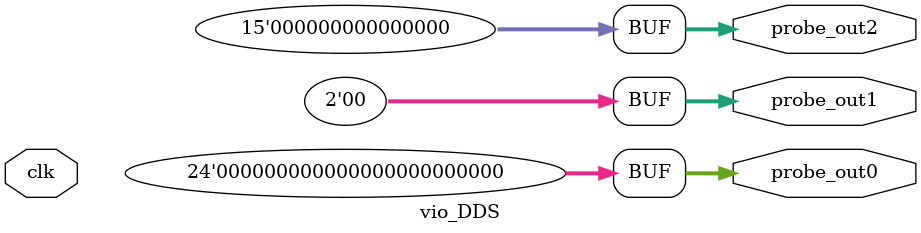
<source format=v>
`timescale 1ns / 1ps
module vio_DDS (
clk,

probe_out0,
probe_out1,
probe_out2
);

input clk;

output reg [23 : 0] probe_out0 = 'h000000 ;
output reg [1 : 0] probe_out1 = 'h0 ;
output reg [14 : 0] probe_out2 = 'h0000 ;


endmodule

</source>
